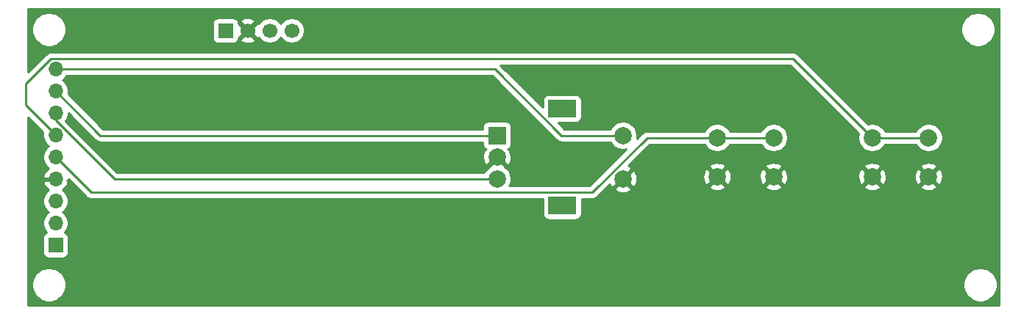
<source format=gbr>
%TF.GenerationSoftware,KiCad,Pcbnew,(5.1.10)-1*%
%TF.CreationDate,2021-07-03T16:07:00+02:00*%
%TF.ProjectId,mccake-5.25-inch-bay,6d636361-6b65-42d3-952e-32352d696e63,rev?*%
%TF.SameCoordinates,Original*%
%TF.FileFunction,Copper,L2,Bot*%
%TF.FilePolarity,Positive*%
%FSLAX46Y46*%
G04 Gerber Fmt 4.6, Leading zero omitted, Abs format (unit mm)*
G04 Created by KiCad (PCBNEW (5.1.10)-1) date 2021-07-03 16:07:00*
%MOMM*%
%LPD*%
G01*
G04 APERTURE LIST*
%TA.AperFunction,ComponentPad*%
%ADD10C,1.700000*%
%TD*%
%TA.AperFunction,ComponentPad*%
%ADD11R,1.700000X1.700000*%
%TD*%
%TA.AperFunction,ComponentPad*%
%ADD12O,1.700000X1.700000*%
%TD*%
%TA.AperFunction,ComponentPad*%
%ADD13C,2.000000*%
%TD*%
%TA.AperFunction,ComponentPad*%
%ADD14R,3.200000X2.000000*%
%TD*%
%TA.AperFunction,ComponentPad*%
%ADD15R,2.000000X2.000000*%
%TD*%
%TA.AperFunction,Conductor*%
%ADD16C,0.250000*%
%TD*%
%TA.AperFunction,Conductor*%
%ADD17C,0.254000*%
%TD*%
%TA.AperFunction,Conductor*%
%ADD18C,0.100000*%
%TD*%
G04 APERTURE END LIST*
D10*
%TO.P,J2,SDA*%
%TO.N,/SDA*%
X145288000Y-79375000D03*
%TO.P,J2,SCL*%
%TO.N,/SCL*%
X142748000Y-79375000D03*
%TO.P,J2,GND*%
%TO.N,GND*%
X140208000Y-79375000D03*
D11*
%TO.P,J2,VCC*%
%TO.N,+3V3*%
X137668000Y-79375000D03*
%TD*%
D12*
%TO.P,J1,ENC*%
%TO.N,/ENC_SW*%
X118110000Y-83820000D03*
%TO.P,J1,B4*%
%TO.N,/B4_DAT*%
X118110000Y-86360000D03*
%TO.P,J1,B3*%
%TO.N,/B3_CLK*%
X118110000Y-88900000D03*
%TO.P,J1,B2*%
%TO.N,/B2*%
X118110000Y-91440000D03*
%TO.P,J1,B1*%
%TO.N,/B1*%
X118110000Y-93980000D03*
%TO.P,J1,GND*%
%TO.N,GND*%
X118110000Y-96520000D03*
%TO.P,J1,3.3V*%
%TO.N,+3V3*%
X118110000Y-99060000D03*
%TO.P,J1,SCL*%
%TO.N,/SCL*%
X118110000Y-101600000D03*
D11*
%TO.P,J1,SDA*%
%TO.N,/SDA*%
X118110000Y-104140000D03*
%TD*%
D13*
%TO.P,Switch Synthesizer,2*%
%TO.N,GND*%
X194250000Y-96230000D03*
%TO.P,Switch Synthesizer,1*%
%TO.N,/B1*%
X194250000Y-91730000D03*
%TO.P,Switch Synthesizer,2*%
%TO.N,GND*%
X200750000Y-96230000D03*
%TO.P,Switch Synthesizer,1*%
%TO.N,/B1*%
X200750000Y-91730000D03*
%TD*%
%TO.P,Switch ROM,1*%
%TO.N,/B2*%
X218590000Y-91730000D03*
%TO.P,Switch ROM,2*%
%TO.N,GND*%
X218590000Y-96230000D03*
%TO.P,Switch ROM,1*%
%TO.N,/B2*%
X212090000Y-91730000D03*
%TO.P,Switch ROM,2*%
%TO.N,GND*%
X212090000Y-96230000D03*
%TD*%
%TO.P,Volume,S1*%
%TO.N,GND*%
X183410000Y-96480000D03*
%TO.P,Volume,S2*%
%TO.N,/ENC_SW*%
X183410000Y-91480000D03*
D14*
%TO.P,Volume,MP*%
%TO.N,N/C*%
X176410000Y-99580000D03*
X176410000Y-88380000D03*
D13*
%TO.P,Volume,B*%
%TO.N,/B3_CLK*%
X168910000Y-96480000D03*
%TO.P,Volume,C*%
%TO.N,GND*%
X168910000Y-93980000D03*
D15*
%TO.P,Volume,A*%
%TO.N,/B4_DAT*%
X168910000Y-91480000D03*
%TD*%
D16*
%TO.N,/B3_CLK*%
X118110000Y-89700998D02*
X118110000Y-88900000D01*
X124889002Y-96480000D02*
X118110000Y-89700998D01*
X168910000Y-96480000D02*
X124889002Y-96480000D01*
%TO.N,/B4_DAT*%
X123230000Y-91480000D02*
X118110000Y-86360000D01*
X168910000Y-91480000D02*
X123230000Y-91480000D01*
%TO.N,/B1*%
X200750000Y-91730000D02*
X194250000Y-91730000D01*
X122174000Y-98044000D02*
X118110000Y-93980000D01*
X179884998Y-98044000D02*
X122174000Y-98044000D01*
X186198998Y-91730000D02*
X179884998Y-98044000D01*
X194250000Y-91730000D02*
X186198998Y-91730000D01*
%TO.N,/B2*%
X218590000Y-91730000D02*
X212090000Y-91730000D01*
X203004999Y-82644999D02*
X212090000Y-91730000D01*
X117545999Y-82644999D02*
X203004999Y-82644999D01*
X114650010Y-85540988D02*
X117545999Y-82644999D01*
X114650010Y-87980010D02*
X114650010Y-85540988D01*
X118110000Y-91440000D02*
X114650010Y-87980010D01*
%TO.N,/ENC_SW*%
X168664998Y-83820000D02*
X118110000Y-83820000D01*
X176324998Y-91480000D02*
X168664998Y-83820000D01*
X183410000Y-91480000D02*
X176324998Y-91480000D01*
%TD*%
D17*
%TO.N,GND*%
X226670000Y-111100000D02*
X114960000Y-111100000D01*
X114960000Y-108516495D01*
X115363000Y-108516495D01*
X115363000Y-108907505D01*
X115439282Y-109291003D01*
X115588915Y-109652250D01*
X115806149Y-109977364D01*
X116082636Y-110253851D01*
X116407750Y-110471085D01*
X116768997Y-110620718D01*
X117152495Y-110697000D01*
X117543505Y-110697000D01*
X117927003Y-110620718D01*
X118288250Y-110471085D01*
X118613364Y-110253851D01*
X118889851Y-109977364D01*
X119107085Y-109652250D01*
X119256718Y-109291003D01*
X119333000Y-108907505D01*
X119333000Y-108516495D01*
X222551000Y-108516495D01*
X222551000Y-108907505D01*
X222627282Y-109291003D01*
X222776915Y-109652250D01*
X222994149Y-109977364D01*
X223270636Y-110253851D01*
X223595750Y-110471085D01*
X223956997Y-110620718D01*
X224340495Y-110697000D01*
X224731505Y-110697000D01*
X225115003Y-110620718D01*
X225476250Y-110471085D01*
X225801364Y-110253851D01*
X226077851Y-109977364D01*
X226295085Y-109652250D01*
X226444718Y-109291003D01*
X226521000Y-108907505D01*
X226521000Y-108516495D01*
X226444718Y-108132997D01*
X226295085Y-107771750D01*
X226077851Y-107446636D01*
X225801364Y-107170149D01*
X225476250Y-106952915D01*
X225115003Y-106803282D01*
X224731505Y-106727000D01*
X224340495Y-106727000D01*
X223956997Y-106803282D01*
X223595750Y-106952915D01*
X223270636Y-107170149D01*
X222994149Y-107446636D01*
X222776915Y-107771750D01*
X222627282Y-108132997D01*
X222551000Y-108516495D01*
X119333000Y-108516495D01*
X119256718Y-108132997D01*
X119107085Y-107771750D01*
X118889851Y-107446636D01*
X118613364Y-107170149D01*
X118288250Y-106952915D01*
X117927003Y-106803282D01*
X117543505Y-106727000D01*
X117152495Y-106727000D01*
X116768997Y-106803282D01*
X116407750Y-106952915D01*
X116082636Y-107170149D01*
X115806149Y-107446636D01*
X115588915Y-107771750D01*
X115439282Y-108132997D01*
X115363000Y-108516495D01*
X114960000Y-108516495D01*
X114960000Y-89364801D01*
X116668790Y-91073592D01*
X116625000Y-91293740D01*
X116625000Y-91586260D01*
X116682068Y-91873158D01*
X116794010Y-92143411D01*
X116956525Y-92386632D01*
X117163368Y-92593475D01*
X117337760Y-92710000D01*
X117163368Y-92826525D01*
X116956525Y-93033368D01*
X116794010Y-93276589D01*
X116682068Y-93546842D01*
X116625000Y-93833740D01*
X116625000Y-94126260D01*
X116682068Y-94413158D01*
X116794010Y-94683411D01*
X116956525Y-94926632D01*
X117163368Y-95133475D01*
X117345534Y-95255195D01*
X117228645Y-95324822D01*
X117012412Y-95519731D01*
X116838359Y-95753080D01*
X116713175Y-96015901D01*
X116668524Y-96163110D01*
X116789845Y-96393000D01*
X117983000Y-96393000D01*
X117983000Y-96373000D01*
X118237000Y-96373000D01*
X118237000Y-96393000D01*
X118257000Y-96393000D01*
X118257000Y-96647000D01*
X118237000Y-96647000D01*
X118237000Y-96667000D01*
X117983000Y-96667000D01*
X117983000Y-96647000D01*
X116789845Y-96647000D01*
X116668524Y-96876890D01*
X116713175Y-97024099D01*
X116838359Y-97286920D01*
X117012412Y-97520269D01*
X117228645Y-97715178D01*
X117345534Y-97784805D01*
X117163368Y-97906525D01*
X116956525Y-98113368D01*
X116794010Y-98356589D01*
X116682068Y-98626842D01*
X116625000Y-98913740D01*
X116625000Y-99206260D01*
X116682068Y-99493158D01*
X116794010Y-99763411D01*
X116956525Y-100006632D01*
X117163368Y-100213475D01*
X117337760Y-100330000D01*
X117163368Y-100446525D01*
X116956525Y-100653368D01*
X116794010Y-100896589D01*
X116682068Y-101166842D01*
X116625000Y-101453740D01*
X116625000Y-101746260D01*
X116682068Y-102033158D01*
X116794010Y-102303411D01*
X116956525Y-102546632D01*
X117088380Y-102678487D01*
X117015820Y-102700498D01*
X116905506Y-102759463D01*
X116808815Y-102838815D01*
X116729463Y-102935506D01*
X116670498Y-103045820D01*
X116634188Y-103165518D01*
X116621928Y-103290000D01*
X116621928Y-104990000D01*
X116634188Y-105114482D01*
X116670498Y-105234180D01*
X116729463Y-105344494D01*
X116808815Y-105441185D01*
X116905506Y-105520537D01*
X117015820Y-105579502D01*
X117135518Y-105615812D01*
X117260000Y-105628072D01*
X118960000Y-105628072D01*
X119084482Y-105615812D01*
X119204180Y-105579502D01*
X119314494Y-105520537D01*
X119411185Y-105441185D01*
X119490537Y-105344494D01*
X119549502Y-105234180D01*
X119585812Y-105114482D01*
X119598072Y-104990000D01*
X119598072Y-103290000D01*
X119585812Y-103165518D01*
X119549502Y-103045820D01*
X119490537Y-102935506D01*
X119411185Y-102838815D01*
X119314494Y-102759463D01*
X119204180Y-102700498D01*
X119131620Y-102678487D01*
X119263475Y-102546632D01*
X119425990Y-102303411D01*
X119537932Y-102033158D01*
X119595000Y-101746260D01*
X119595000Y-101453740D01*
X119537932Y-101166842D01*
X119425990Y-100896589D01*
X119263475Y-100653368D01*
X119056632Y-100446525D01*
X118882240Y-100330000D01*
X119056632Y-100213475D01*
X119263475Y-100006632D01*
X119425990Y-99763411D01*
X119537932Y-99493158D01*
X119595000Y-99206260D01*
X119595000Y-98913740D01*
X119537932Y-98626842D01*
X119425990Y-98356589D01*
X119263475Y-98113368D01*
X119056632Y-97906525D01*
X118874466Y-97784805D01*
X118991355Y-97715178D01*
X119207588Y-97520269D01*
X119381641Y-97286920D01*
X119506825Y-97024099D01*
X119551476Y-96876890D01*
X119430156Y-96647002D01*
X119595000Y-96647002D01*
X119595000Y-96539801D01*
X121610201Y-98555003D01*
X121633999Y-98584001D01*
X121662997Y-98607799D01*
X121749723Y-98678974D01*
X121881753Y-98749546D01*
X122025014Y-98793003D01*
X122136667Y-98804000D01*
X122136677Y-98804000D01*
X122174000Y-98807676D01*
X122211323Y-98804000D01*
X174171928Y-98804000D01*
X174171928Y-100580000D01*
X174184188Y-100704482D01*
X174220498Y-100824180D01*
X174279463Y-100934494D01*
X174358815Y-101031185D01*
X174455506Y-101110537D01*
X174565820Y-101169502D01*
X174685518Y-101205812D01*
X174810000Y-101218072D01*
X178010000Y-101218072D01*
X178134482Y-101205812D01*
X178254180Y-101169502D01*
X178364494Y-101110537D01*
X178461185Y-101031185D01*
X178540537Y-100934494D01*
X178599502Y-100824180D01*
X178635812Y-100704482D01*
X178648072Y-100580000D01*
X178648072Y-98804000D01*
X179847676Y-98804000D01*
X179884998Y-98807676D01*
X179922320Y-98804000D01*
X179922331Y-98804000D01*
X180033984Y-98793003D01*
X180177245Y-98749546D01*
X180309274Y-98678974D01*
X180424999Y-98584001D01*
X180448802Y-98554997D01*
X181388386Y-97615413D01*
X182454192Y-97615413D01*
X182549956Y-97879814D01*
X182839571Y-98020704D01*
X183151108Y-98102384D01*
X183472595Y-98121718D01*
X183791675Y-98077961D01*
X184096088Y-97972795D01*
X184270044Y-97879814D01*
X184365808Y-97615413D01*
X183410000Y-96659605D01*
X182454192Y-97615413D01*
X181388386Y-97615413D01*
X181896794Y-97107006D01*
X181917205Y-97166088D01*
X182010186Y-97340044D01*
X182274587Y-97435808D01*
X183230395Y-96480000D01*
X183589605Y-96480000D01*
X184545413Y-97435808D01*
X184739771Y-97365413D01*
X193294192Y-97365413D01*
X193389956Y-97629814D01*
X193679571Y-97770704D01*
X193991108Y-97852384D01*
X194312595Y-97871718D01*
X194631675Y-97827961D01*
X194936088Y-97722795D01*
X195110044Y-97629814D01*
X195205808Y-97365413D01*
X199794192Y-97365413D01*
X199889956Y-97629814D01*
X200179571Y-97770704D01*
X200491108Y-97852384D01*
X200812595Y-97871718D01*
X201131675Y-97827961D01*
X201436088Y-97722795D01*
X201610044Y-97629814D01*
X201705808Y-97365413D01*
X211134192Y-97365413D01*
X211229956Y-97629814D01*
X211519571Y-97770704D01*
X211831108Y-97852384D01*
X212152595Y-97871718D01*
X212471675Y-97827961D01*
X212776088Y-97722795D01*
X212950044Y-97629814D01*
X213045808Y-97365413D01*
X217634192Y-97365413D01*
X217729956Y-97629814D01*
X218019571Y-97770704D01*
X218331108Y-97852384D01*
X218652595Y-97871718D01*
X218971675Y-97827961D01*
X219276088Y-97722795D01*
X219450044Y-97629814D01*
X219545808Y-97365413D01*
X218590000Y-96409605D01*
X217634192Y-97365413D01*
X213045808Y-97365413D01*
X212090000Y-96409605D01*
X211134192Y-97365413D01*
X201705808Y-97365413D01*
X200750000Y-96409605D01*
X199794192Y-97365413D01*
X195205808Y-97365413D01*
X194250000Y-96409605D01*
X193294192Y-97365413D01*
X184739771Y-97365413D01*
X184809814Y-97340044D01*
X184950704Y-97050429D01*
X185032384Y-96738892D01*
X185051718Y-96417405D01*
X185034603Y-96292595D01*
X192608282Y-96292595D01*
X192652039Y-96611675D01*
X192757205Y-96916088D01*
X192850186Y-97090044D01*
X193114587Y-97185808D01*
X194070395Y-96230000D01*
X194429605Y-96230000D01*
X195385413Y-97185808D01*
X195649814Y-97090044D01*
X195790704Y-96800429D01*
X195872384Y-96488892D01*
X195884189Y-96292595D01*
X199108282Y-96292595D01*
X199152039Y-96611675D01*
X199257205Y-96916088D01*
X199350186Y-97090044D01*
X199614587Y-97185808D01*
X200570395Y-96230000D01*
X200929605Y-96230000D01*
X201885413Y-97185808D01*
X202149814Y-97090044D01*
X202290704Y-96800429D01*
X202372384Y-96488892D01*
X202384189Y-96292595D01*
X210448282Y-96292595D01*
X210492039Y-96611675D01*
X210597205Y-96916088D01*
X210690186Y-97090044D01*
X210954587Y-97185808D01*
X211910395Y-96230000D01*
X212269605Y-96230000D01*
X213225413Y-97185808D01*
X213489814Y-97090044D01*
X213630704Y-96800429D01*
X213712384Y-96488892D01*
X213724189Y-96292595D01*
X216948282Y-96292595D01*
X216992039Y-96611675D01*
X217097205Y-96916088D01*
X217190186Y-97090044D01*
X217454587Y-97185808D01*
X218410395Y-96230000D01*
X218769605Y-96230000D01*
X219725413Y-97185808D01*
X219989814Y-97090044D01*
X220130704Y-96800429D01*
X220212384Y-96488892D01*
X220231718Y-96167405D01*
X220187961Y-95848325D01*
X220082795Y-95543912D01*
X219989814Y-95369956D01*
X219725413Y-95274192D01*
X218769605Y-96230000D01*
X218410395Y-96230000D01*
X217454587Y-95274192D01*
X217190186Y-95369956D01*
X217049296Y-95659571D01*
X216967616Y-95971108D01*
X216948282Y-96292595D01*
X213724189Y-96292595D01*
X213731718Y-96167405D01*
X213687961Y-95848325D01*
X213582795Y-95543912D01*
X213489814Y-95369956D01*
X213225413Y-95274192D01*
X212269605Y-96230000D01*
X211910395Y-96230000D01*
X210954587Y-95274192D01*
X210690186Y-95369956D01*
X210549296Y-95659571D01*
X210467616Y-95971108D01*
X210448282Y-96292595D01*
X202384189Y-96292595D01*
X202391718Y-96167405D01*
X202347961Y-95848325D01*
X202242795Y-95543912D01*
X202149814Y-95369956D01*
X201885413Y-95274192D01*
X200929605Y-96230000D01*
X200570395Y-96230000D01*
X199614587Y-95274192D01*
X199350186Y-95369956D01*
X199209296Y-95659571D01*
X199127616Y-95971108D01*
X199108282Y-96292595D01*
X195884189Y-96292595D01*
X195891718Y-96167405D01*
X195847961Y-95848325D01*
X195742795Y-95543912D01*
X195649814Y-95369956D01*
X195385413Y-95274192D01*
X194429605Y-96230000D01*
X194070395Y-96230000D01*
X193114587Y-95274192D01*
X192850186Y-95369956D01*
X192709296Y-95659571D01*
X192627616Y-95971108D01*
X192608282Y-96292595D01*
X185034603Y-96292595D01*
X185007961Y-96098325D01*
X184902795Y-95793912D01*
X184809814Y-95619956D01*
X184545413Y-95524192D01*
X183589605Y-96480000D01*
X183230395Y-96480000D01*
X183216253Y-96465858D01*
X183395858Y-96286253D01*
X183410000Y-96300395D01*
X184365808Y-95344587D01*
X184275260Y-95094587D01*
X193294192Y-95094587D01*
X194250000Y-96050395D01*
X195205808Y-95094587D01*
X199794192Y-95094587D01*
X200750000Y-96050395D01*
X201705808Y-95094587D01*
X211134192Y-95094587D01*
X212090000Y-96050395D01*
X213045808Y-95094587D01*
X217634192Y-95094587D01*
X218590000Y-96050395D01*
X219545808Y-95094587D01*
X219450044Y-94830186D01*
X219160429Y-94689296D01*
X218848892Y-94607616D01*
X218527405Y-94588282D01*
X218208325Y-94632039D01*
X217903912Y-94737205D01*
X217729956Y-94830186D01*
X217634192Y-95094587D01*
X213045808Y-95094587D01*
X212950044Y-94830186D01*
X212660429Y-94689296D01*
X212348892Y-94607616D01*
X212027405Y-94588282D01*
X211708325Y-94632039D01*
X211403912Y-94737205D01*
X211229956Y-94830186D01*
X211134192Y-95094587D01*
X201705808Y-95094587D01*
X201610044Y-94830186D01*
X201320429Y-94689296D01*
X201008892Y-94607616D01*
X200687405Y-94588282D01*
X200368325Y-94632039D01*
X200063912Y-94737205D01*
X199889956Y-94830186D01*
X199794192Y-95094587D01*
X195205808Y-95094587D01*
X195110044Y-94830186D01*
X194820429Y-94689296D01*
X194508892Y-94607616D01*
X194187405Y-94588282D01*
X193868325Y-94632039D01*
X193563912Y-94737205D01*
X193389956Y-94830186D01*
X193294192Y-95094587D01*
X184275260Y-95094587D01*
X184270044Y-95080186D01*
X184036989Y-94966811D01*
X186513801Y-92490000D01*
X192795091Y-92490000D01*
X192801082Y-92504463D01*
X192980013Y-92772252D01*
X193207748Y-92999987D01*
X193475537Y-93178918D01*
X193773088Y-93302168D01*
X194088967Y-93365000D01*
X194411033Y-93365000D01*
X194726912Y-93302168D01*
X195024463Y-93178918D01*
X195292252Y-92999987D01*
X195519987Y-92772252D01*
X195698918Y-92504463D01*
X195704909Y-92490000D01*
X199295091Y-92490000D01*
X199301082Y-92504463D01*
X199480013Y-92772252D01*
X199707748Y-92999987D01*
X199975537Y-93178918D01*
X200273088Y-93302168D01*
X200588967Y-93365000D01*
X200911033Y-93365000D01*
X201226912Y-93302168D01*
X201524463Y-93178918D01*
X201792252Y-92999987D01*
X202019987Y-92772252D01*
X202198918Y-92504463D01*
X202322168Y-92206912D01*
X202385000Y-91891033D01*
X202385000Y-91568967D01*
X202322168Y-91253088D01*
X202198918Y-90955537D01*
X202019987Y-90687748D01*
X201792252Y-90460013D01*
X201524463Y-90281082D01*
X201226912Y-90157832D01*
X200911033Y-90095000D01*
X200588967Y-90095000D01*
X200273088Y-90157832D01*
X199975537Y-90281082D01*
X199707748Y-90460013D01*
X199480013Y-90687748D01*
X199301082Y-90955537D01*
X199295091Y-90970000D01*
X195704909Y-90970000D01*
X195698918Y-90955537D01*
X195519987Y-90687748D01*
X195292252Y-90460013D01*
X195024463Y-90281082D01*
X194726912Y-90157832D01*
X194411033Y-90095000D01*
X194088967Y-90095000D01*
X193773088Y-90157832D01*
X193475537Y-90281082D01*
X193207748Y-90460013D01*
X192980013Y-90687748D01*
X192801082Y-90955537D01*
X192795091Y-90970000D01*
X186236320Y-90970000D01*
X186198997Y-90966324D01*
X186161674Y-90970000D01*
X186161665Y-90970000D01*
X186050012Y-90980997D01*
X185906751Y-91024454D01*
X185774722Y-91095026D01*
X185774720Y-91095027D01*
X185774721Y-91095027D01*
X185687994Y-91166201D01*
X185687990Y-91166205D01*
X185658997Y-91189999D01*
X185635203Y-91218992D01*
X185003245Y-91850950D01*
X185045000Y-91641033D01*
X185045000Y-91318967D01*
X184982168Y-91003088D01*
X184858918Y-90705537D01*
X184679987Y-90437748D01*
X184452252Y-90210013D01*
X184184463Y-90031082D01*
X183886912Y-89907832D01*
X183571033Y-89845000D01*
X183248967Y-89845000D01*
X182933088Y-89907832D01*
X182635537Y-90031082D01*
X182367748Y-90210013D01*
X182140013Y-90437748D01*
X181961082Y-90705537D01*
X181955091Y-90720000D01*
X176639800Y-90720000D01*
X175937872Y-90018072D01*
X178010000Y-90018072D01*
X178134482Y-90005812D01*
X178254180Y-89969502D01*
X178364494Y-89910537D01*
X178461185Y-89831185D01*
X178540537Y-89734494D01*
X178599502Y-89624180D01*
X178635812Y-89504482D01*
X178648072Y-89380000D01*
X178648072Y-87380000D01*
X178635812Y-87255518D01*
X178599502Y-87135820D01*
X178540537Y-87025506D01*
X178461185Y-86928815D01*
X178364494Y-86849463D01*
X178254180Y-86790498D01*
X178134482Y-86754188D01*
X178010000Y-86741928D01*
X174810000Y-86741928D01*
X174685518Y-86754188D01*
X174565820Y-86790498D01*
X174455506Y-86849463D01*
X174358815Y-86928815D01*
X174279463Y-87025506D01*
X174220498Y-87135820D01*
X174184188Y-87255518D01*
X174171928Y-87380000D01*
X174171928Y-88252128D01*
X169324798Y-83404999D01*
X202690198Y-83404999D01*
X210523823Y-91238625D01*
X210517832Y-91253088D01*
X210455000Y-91568967D01*
X210455000Y-91891033D01*
X210517832Y-92206912D01*
X210641082Y-92504463D01*
X210820013Y-92772252D01*
X211047748Y-92999987D01*
X211315537Y-93178918D01*
X211613088Y-93302168D01*
X211928967Y-93365000D01*
X212251033Y-93365000D01*
X212566912Y-93302168D01*
X212864463Y-93178918D01*
X213132252Y-92999987D01*
X213359987Y-92772252D01*
X213538918Y-92504463D01*
X213544909Y-92490000D01*
X217135091Y-92490000D01*
X217141082Y-92504463D01*
X217320013Y-92772252D01*
X217547748Y-92999987D01*
X217815537Y-93178918D01*
X218113088Y-93302168D01*
X218428967Y-93365000D01*
X218751033Y-93365000D01*
X219066912Y-93302168D01*
X219364463Y-93178918D01*
X219632252Y-92999987D01*
X219859987Y-92772252D01*
X220038918Y-92504463D01*
X220162168Y-92206912D01*
X220225000Y-91891033D01*
X220225000Y-91568967D01*
X220162168Y-91253088D01*
X220038918Y-90955537D01*
X219859987Y-90687748D01*
X219632252Y-90460013D01*
X219364463Y-90281082D01*
X219066912Y-90157832D01*
X218751033Y-90095000D01*
X218428967Y-90095000D01*
X218113088Y-90157832D01*
X217815537Y-90281082D01*
X217547748Y-90460013D01*
X217320013Y-90687748D01*
X217141082Y-90955537D01*
X217135091Y-90970000D01*
X213544909Y-90970000D01*
X213538918Y-90955537D01*
X213359987Y-90687748D01*
X213132252Y-90460013D01*
X212864463Y-90281082D01*
X212566912Y-90157832D01*
X212251033Y-90095000D01*
X211928967Y-90095000D01*
X211613088Y-90157832D01*
X211598625Y-90163823D01*
X203568803Y-82134002D01*
X203545000Y-82104998D01*
X203429275Y-82010025D01*
X203297246Y-81939453D01*
X203153985Y-81895996D01*
X203042332Y-81884999D01*
X203042321Y-81884999D01*
X203004999Y-81881323D01*
X202967677Y-81884999D01*
X117583322Y-81884999D01*
X117545999Y-81881323D01*
X117508676Y-81884999D01*
X117508666Y-81884999D01*
X117397013Y-81895996D01*
X117253752Y-81939453D01*
X117121722Y-82010025D01*
X117038082Y-82078667D01*
X117005998Y-82104998D01*
X116982200Y-82133996D01*
X114960000Y-84156197D01*
X114960000Y-79052495D01*
X115363000Y-79052495D01*
X115363000Y-79443505D01*
X115439282Y-79827003D01*
X115588915Y-80188250D01*
X115806149Y-80513364D01*
X116082636Y-80789851D01*
X116407750Y-81007085D01*
X116768997Y-81156718D01*
X117152495Y-81233000D01*
X117543505Y-81233000D01*
X117927003Y-81156718D01*
X118288250Y-81007085D01*
X118613364Y-80789851D01*
X118889851Y-80513364D01*
X119107085Y-80188250D01*
X119256718Y-79827003D01*
X119333000Y-79443505D01*
X119333000Y-79052495D01*
X119256718Y-78668997D01*
X119197073Y-78525000D01*
X136179928Y-78525000D01*
X136179928Y-80225000D01*
X136192188Y-80349482D01*
X136228498Y-80469180D01*
X136287463Y-80579494D01*
X136366815Y-80676185D01*
X136463506Y-80755537D01*
X136573820Y-80814502D01*
X136693518Y-80850812D01*
X136818000Y-80863072D01*
X138518000Y-80863072D01*
X138642482Y-80850812D01*
X138762180Y-80814502D01*
X138872494Y-80755537D01*
X138969185Y-80676185D01*
X139048537Y-80579494D01*
X139107502Y-80469180D01*
X139127457Y-80403397D01*
X139359208Y-80403397D01*
X139436843Y-80652472D01*
X139700883Y-80778371D01*
X139984411Y-80850339D01*
X140276531Y-80865611D01*
X140566019Y-80823599D01*
X140841747Y-80725919D01*
X140979157Y-80652472D01*
X141056792Y-80403397D01*
X140208000Y-79554605D01*
X139359208Y-80403397D01*
X139127457Y-80403397D01*
X139143812Y-80349482D01*
X139156072Y-80225000D01*
X139156072Y-80216458D01*
X139179603Y-80223792D01*
X140028395Y-79375000D01*
X140387605Y-79375000D01*
X141236397Y-80223792D01*
X141478689Y-80148271D01*
X141594525Y-80321632D01*
X141801368Y-80528475D01*
X142044589Y-80690990D01*
X142314842Y-80802932D01*
X142601740Y-80860000D01*
X142894260Y-80860000D01*
X143181158Y-80802932D01*
X143451411Y-80690990D01*
X143694632Y-80528475D01*
X143901475Y-80321632D01*
X144018000Y-80147240D01*
X144134525Y-80321632D01*
X144341368Y-80528475D01*
X144584589Y-80690990D01*
X144854842Y-80802932D01*
X145141740Y-80860000D01*
X145434260Y-80860000D01*
X145721158Y-80802932D01*
X145991411Y-80690990D01*
X146234632Y-80528475D01*
X146441475Y-80321632D01*
X146603990Y-80078411D01*
X146715932Y-79808158D01*
X146773000Y-79521260D01*
X146773000Y-79228740D01*
X146737943Y-79052495D01*
X222297000Y-79052495D01*
X222297000Y-79443505D01*
X222373282Y-79827003D01*
X222522915Y-80188250D01*
X222740149Y-80513364D01*
X223016636Y-80789851D01*
X223341750Y-81007085D01*
X223702997Y-81156718D01*
X224086495Y-81233000D01*
X224477505Y-81233000D01*
X224861003Y-81156718D01*
X225222250Y-81007085D01*
X225547364Y-80789851D01*
X225823851Y-80513364D01*
X226041085Y-80188250D01*
X226190718Y-79827003D01*
X226267000Y-79443505D01*
X226267000Y-79052495D01*
X226190718Y-78668997D01*
X226041085Y-78307750D01*
X225823851Y-77982636D01*
X225547364Y-77706149D01*
X225222250Y-77488915D01*
X224861003Y-77339282D01*
X224477505Y-77263000D01*
X224086495Y-77263000D01*
X223702997Y-77339282D01*
X223341750Y-77488915D01*
X223016636Y-77706149D01*
X222740149Y-77982636D01*
X222522915Y-78307750D01*
X222373282Y-78668997D01*
X222297000Y-79052495D01*
X146737943Y-79052495D01*
X146715932Y-78941842D01*
X146603990Y-78671589D01*
X146441475Y-78428368D01*
X146234632Y-78221525D01*
X145991411Y-78059010D01*
X145721158Y-77947068D01*
X145434260Y-77890000D01*
X145141740Y-77890000D01*
X144854842Y-77947068D01*
X144584589Y-78059010D01*
X144341368Y-78221525D01*
X144134525Y-78428368D01*
X144018000Y-78602760D01*
X143901475Y-78428368D01*
X143694632Y-78221525D01*
X143451411Y-78059010D01*
X143181158Y-77947068D01*
X142894260Y-77890000D01*
X142601740Y-77890000D01*
X142314842Y-77947068D01*
X142044589Y-78059010D01*
X141801368Y-78221525D01*
X141594525Y-78428368D01*
X141478689Y-78601729D01*
X141236397Y-78526208D01*
X140387605Y-79375000D01*
X140028395Y-79375000D01*
X139179603Y-78526208D01*
X139156072Y-78533542D01*
X139156072Y-78525000D01*
X139143812Y-78400518D01*
X139127458Y-78346603D01*
X139359208Y-78346603D01*
X140208000Y-79195395D01*
X141056792Y-78346603D01*
X140979157Y-78097528D01*
X140715117Y-77971629D01*
X140431589Y-77899661D01*
X140139469Y-77884389D01*
X139849981Y-77926401D01*
X139574253Y-78024081D01*
X139436843Y-78097528D01*
X139359208Y-78346603D01*
X139127458Y-78346603D01*
X139107502Y-78280820D01*
X139048537Y-78170506D01*
X138969185Y-78073815D01*
X138872494Y-77994463D01*
X138762180Y-77935498D01*
X138642482Y-77899188D01*
X138518000Y-77886928D01*
X136818000Y-77886928D01*
X136693518Y-77899188D01*
X136573820Y-77935498D01*
X136463506Y-77994463D01*
X136366815Y-78073815D01*
X136287463Y-78170506D01*
X136228498Y-78280820D01*
X136192188Y-78400518D01*
X136179928Y-78525000D01*
X119197073Y-78525000D01*
X119107085Y-78307750D01*
X118889851Y-77982636D01*
X118613364Y-77706149D01*
X118288250Y-77488915D01*
X117927003Y-77339282D01*
X117543505Y-77263000D01*
X117152495Y-77263000D01*
X116768997Y-77339282D01*
X116407750Y-77488915D01*
X116082636Y-77706149D01*
X115806149Y-77982636D01*
X115588915Y-78307750D01*
X115439282Y-78668997D01*
X115363000Y-79052495D01*
X114960000Y-79052495D01*
X114960000Y-76860000D01*
X226670001Y-76860000D01*
X226670000Y-111100000D01*
%TA.AperFunction,Conductor*%
D18*
G36*
X226670000Y-111100000D02*
G01*
X114960000Y-111100000D01*
X114960000Y-108516495D01*
X115363000Y-108516495D01*
X115363000Y-108907505D01*
X115439282Y-109291003D01*
X115588915Y-109652250D01*
X115806149Y-109977364D01*
X116082636Y-110253851D01*
X116407750Y-110471085D01*
X116768997Y-110620718D01*
X117152495Y-110697000D01*
X117543505Y-110697000D01*
X117927003Y-110620718D01*
X118288250Y-110471085D01*
X118613364Y-110253851D01*
X118889851Y-109977364D01*
X119107085Y-109652250D01*
X119256718Y-109291003D01*
X119333000Y-108907505D01*
X119333000Y-108516495D01*
X222551000Y-108516495D01*
X222551000Y-108907505D01*
X222627282Y-109291003D01*
X222776915Y-109652250D01*
X222994149Y-109977364D01*
X223270636Y-110253851D01*
X223595750Y-110471085D01*
X223956997Y-110620718D01*
X224340495Y-110697000D01*
X224731505Y-110697000D01*
X225115003Y-110620718D01*
X225476250Y-110471085D01*
X225801364Y-110253851D01*
X226077851Y-109977364D01*
X226295085Y-109652250D01*
X226444718Y-109291003D01*
X226521000Y-108907505D01*
X226521000Y-108516495D01*
X226444718Y-108132997D01*
X226295085Y-107771750D01*
X226077851Y-107446636D01*
X225801364Y-107170149D01*
X225476250Y-106952915D01*
X225115003Y-106803282D01*
X224731505Y-106727000D01*
X224340495Y-106727000D01*
X223956997Y-106803282D01*
X223595750Y-106952915D01*
X223270636Y-107170149D01*
X222994149Y-107446636D01*
X222776915Y-107771750D01*
X222627282Y-108132997D01*
X222551000Y-108516495D01*
X119333000Y-108516495D01*
X119256718Y-108132997D01*
X119107085Y-107771750D01*
X118889851Y-107446636D01*
X118613364Y-107170149D01*
X118288250Y-106952915D01*
X117927003Y-106803282D01*
X117543505Y-106727000D01*
X117152495Y-106727000D01*
X116768997Y-106803282D01*
X116407750Y-106952915D01*
X116082636Y-107170149D01*
X115806149Y-107446636D01*
X115588915Y-107771750D01*
X115439282Y-108132997D01*
X115363000Y-108516495D01*
X114960000Y-108516495D01*
X114960000Y-89364801D01*
X116668790Y-91073592D01*
X116625000Y-91293740D01*
X116625000Y-91586260D01*
X116682068Y-91873158D01*
X116794010Y-92143411D01*
X116956525Y-92386632D01*
X117163368Y-92593475D01*
X117337760Y-92710000D01*
X117163368Y-92826525D01*
X116956525Y-93033368D01*
X116794010Y-93276589D01*
X116682068Y-93546842D01*
X116625000Y-93833740D01*
X116625000Y-94126260D01*
X116682068Y-94413158D01*
X116794010Y-94683411D01*
X116956525Y-94926632D01*
X117163368Y-95133475D01*
X117345534Y-95255195D01*
X117228645Y-95324822D01*
X117012412Y-95519731D01*
X116838359Y-95753080D01*
X116713175Y-96015901D01*
X116668524Y-96163110D01*
X116789845Y-96393000D01*
X117983000Y-96393000D01*
X117983000Y-96373000D01*
X118237000Y-96373000D01*
X118237000Y-96393000D01*
X118257000Y-96393000D01*
X118257000Y-96647000D01*
X118237000Y-96647000D01*
X118237000Y-96667000D01*
X117983000Y-96667000D01*
X117983000Y-96647000D01*
X116789845Y-96647000D01*
X116668524Y-96876890D01*
X116713175Y-97024099D01*
X116838359Y-97286920D01*
X117012412Y-97520269D01*
X117228645Y-97715178D01*
X117345534Y-97784805D01*
X117163368Y-97906525D01*
X116956525Y-98113368D01*
X116794010Y-98356589D01*
X116682068Y-98626842D01*
X116625000Y-98913740D01*
X116625000Y-99206260D01*
X116682068Y-99493158D01*
X116794010Y-99763411D01*
X116956525Y-100006632D01*
X117163368Y-100213475D01*
X117337760Y-100330000D01*
X117163368Y-100446525D01*
X116956525Y-100653368D01*
X116794010Y-100896589D01*
X116682068Y-101166842D01*
X116625000Y-101453740D01*
X116625000Y-101746260D01*
X116682068Y-102033158D01*
X116794010Y-102303411D01*
X116956525Y-102546632D01*
X117088380Y-102678487D01*
X117015820Y-102700498D01*
X116905506Y-102759463D01*
X116808815Y-102838815D01*
X116729463Y-102935506D01*
X116670498Y-103045820D01*
X116634188Y-103165518D01*
X116621928Y-103290000D01*
X116621928Y-104990000D01*
X116634188Y-105114482D01*
X116670498Y-105234180D01*
X116729463Y-105344494D01*
X116808815Y-105441185D01*
X116905506Y-105520537D01*
X117015820Y-105579502D01*
X117135518Y-105615812D01*
X117260000Y-105628072D01*
X118960000Y-105628072D01*
X119084482Y-105615812D01*
X119204180Y-105579502D01*
X119314494Y-105520537D01*
X119411185Y-105441185D01*
X119490537Y-105344494D01*
X119549502Y-105234180D01*
X119585812Y-105114482D01*
X119598072Y-104990000D01*
X119598072Y-103290000D01*
X119585812Y-103165518D01*
X119549502Y-103045820D01*
X119490537Y-102935506D01*
X119411185Y-102838815D01*
X119314494Y-102759463D01*
X119204180Y-102700498D01*
X119131620Y-102678487D01*
X119263475Y-102546632D01*
X119425990Y-102303411D01*
X119537932Y-102033158D01*
X119595000Y-101746260D01*
X119595000Y-101453740D01*
X119537932Y-101166842D01*
X119425990Y-100896589D01*
X119263475Y-100653368D01*
X119056632Y-100446525D01*
X118882240Y-100330000D01*
X119056632Y-100213475D01*
X119263475Y-100006632D01*
X119425990Y-99763411D01*
X119537932Y-99493158D01*
X119595000Y-99206260D01*
X119595000Y-98913740D01*
X119537932Y-98626842D01*
X119425990Y-98356589D01*
X119263475Y-98113368D01*
X119056632Y-97906525D01*
X118874466Y-97784805D01*
X118991355Y-97715178D01*
X119207588Y-97520269D01*
X119381641Y-97286920D01*
X119506825Y-97024099D01*
X119551476Y-96876890D01*
X119430156Y-96647002D01*
X119595000Y-96647002D01*
X119595000Y-96539801D01*
X121610201Y-98555003D01*
X121633999Y-98584001D01*
X121662997Y-98607799D01*
X121749723Y-98678974D01*
X121881753Y-98749546D01*
X122025014Y-98793003D01*
X122136667Y-98804000D01*
X122136677Y-98804000D01*
X122174000Y-98807676D01*
X122211323Y-98804000D01*
X174171928Y-98804000D01*
X174171928Y-100580000D01*
X174184188Y-100704482D01*
X174220498Y-100824180D01*
X174279463Y-100934494D01*
X174358815Y-101031185D01*
X174455506Y-101110537D01*
X174565820Y-101169502D01*
X174685518Y-101205812D01*
X174810000Y-101218072D01*
X178010000Y-101218072D01*
X178134482Y-101205812D01*
X178254180Y-101169502D01*
X178364494Y-101110537D01*
X178461185Y-101031185D01*
X178540537Y-100934494D01*
X178599502Y-100824180D01*
X178635812Y-100704482D01*
X178648072Y-100580000D01*
X178648072Y-98804000D01*
X179847676Y-98804000D01*
X179884998Y-98807676D01*
X179922320Y-98804000D01*
X179922331Y-98804000D01*
X180033984Y-98793003D01*
X180177245Y-98749546D01*
X180309274Y-98678974D01*
X180424999Y-98584001D01*
X180448802Y-98554997D01*
X181388386Y-97615413D01*
X182454192Y-97615413D01*
X182549956Y-97879814D01*
X182839571Y-98020704D01*
X183151108Y-98102384D01*
X183472595Y-98121718D01*
X183791675Y-98077961D01*
X184096088Y-97972795D01*
X184270044Y-97879814D01*
X184365808Y-97615413D01*
X183410000Y-96659605D01*
X182454192Y-97615413D01*
X181388386Y-97615413D01*
X181896794Y-97107006D01*
X181917205Y-97166088D01*
X182010186Y-97340044D01*
X182274587Y-97435808D01*
X183230395Y-96480000D01*
X183589605Y-96480000D01*
X184545413Y-97435808D01*
X184739771Y-97365413D01*
X193294192Y-97365413D01*
X193389956Y-97629814D01*
X193679571Y-97770704D01*
X193991108Y-97852384D01*
X194312595Y-97871718D01*
X194631675Y-97827961D01*
X194936088Y-97722795D01*
X195110044Y-97629814D01*
X195205808Y-97365413D01*
X199794192Y-97365413D01*
X199889956Y-97629814D01*
X200179571Y-97770704D01*
X200491108Y-97852384D01*
X200812595Y-97871718D01*
X201131675Y-97827961D01*
X201436088Y-97722795D01*
X201610044Y-97629814D01*
X201705808Y-97365413D01*
X211134192Y-97365413D01*
X211229956Y-97629814D01*
X211519571Y-97770704D01*
X211831108Y-97852384D01*
X212152595Y-97871718D01*
X212471675Y-97827961D01*
X212776088Y-97722795D01*
X212950044Y-97629814D01*
X213045808Y-97365413D01*
X217634192Y-97365413D01*
X217729956Y-97629814D01*
X218019571Y-97770704D01*
X218331108Y-97852384D01*
X218652595Y-97871718D01*
X218971675Y-97827961D01*
X219276088Y-97722795D01*
X219450044Y-97629814D01*
X219545808Y-97365413D01*
X218590000Y-96409605D01*
X217634192Y-97365413D01*
X213045808Y-97365413D01*
X212090000Y-96409605D01*
X211134192Y-97365413D01*
X201705808Y-97365413D01*
X200750000Y-96409605D01*
X199794192Y-97365413D01*
X195205808Y-97365413D01*
X194250000Y-96409605D01*
X193294192Y-97365413D01*
X184739771Y-97365413D01*
X184809814Y-97340044D01*
X184950704Y-97050429D01*
X185032384Y-96738892D01*
X185051718Y-96417405D01*
X185034603Y-96292595D01*
X192608282Y-96292595D01*
X192652039Y-96611675D01*
X192757205Y-96916088D01*
X192850186Y-97090044D01*
X193114587Y-97185808D01*
X194070395Y-96230000D01*
X194429605Y-96230000D01*
X195385413Y-97185808D01*
X195649814Y-97090044D01*
X195790704Y-96800429D01*
X195872384Y-96488892D01*
X195884189Y-96292595D01*
X199108282Y-96292595D01*
X199152039Y-96611675D01*
X199257205Y-96916088D01*
X199350186Y-97090044D01*
X199614587Y-97185808D01*
X200570395Y-96230000D01*
X200929605Y-96230000D01*
X201885413Y-97185808D01*
X202149814Y-97090044D01*
X202290704Y-96800429D01*
X202372384Y-96488892D01*
X202384189Y-96292595D01*
X210448282Y-96292595D01*
X210492039Y-96611675D01*
X210597205Y-96916088D01*
X210690186Y-97090044D01*
X210954587Y-97185808D01*
X211910395Y-96230000D01*
X212269605Y-96230000D01*
X213225413Y-97185808D01*
X213489814Y-97090044D01*
X213630704Y-96800429D01*
X213712384Y-96488892D01*
X213724189Y-96292595D01*
X216948282Y-96292595D01*
X216992039Y-96611675D01*
X217097205Y-96916088D01*
X217190186Y-97090044D01*
X217454587Y-97185808D01*
X218410395Y-96230000D01*
X218769605Y-96230000D01*
X219725413Y-97185808D01*
X219989814Y-97090044D01*
X220130704Y-96800429D01*
X220212384Y-96488892D01*
X220231718Y-96167405D01*
X220187961Y-95848325D01*
X220082795Y-95543912D01*
X219989814Y-95369956D01*
X219725413Y-95274192D01*
X218769605Y-96230000D01*
X218410395Y-96230000D01*
X217454587Y-95274192D01*
X217190186Y-95369956D01*
X217049296Y-95659571D01*
X216967616Y-95971108D01*
X216948282Y-96292595D01*
X213724189Y-96292595D01*
X213731718Y-96167405D01*
X213687961Y-95848325D01*
X213582795Y-95543912D01*
X213489814Y-95369956D01*
X213225413Y-95274192D01*
X212269605Y-96230000D01*
X211910395Y-96230000D01*
X210954587Y-95274192D01*
X210690186Y-95369956D01*
X210549296Y-95659571D01*
X210467616Y-95971108D01*
X210448282Y-96292595D01*
X202384189Y-96292595D01*
X202391718Y-96167405D01*
X202347961Y-95848325D01*
X202242795Y-95543912D01*
X202149814Y-95369956D01*
X201885413Y-95274192D01*
X200929605Y-96230000D01*
X200570395Y-96230000D01*
X199614587Y-95274192D01*
X199350186Y-95369956D01*
X199209296Y-95659571D01*
X199127616Y-95971108D01*
X199108282Y-96292595D01*
X195884189Y-96292595D01*
X195891718Y-96167405D01*
X195847961Y-95848325D01*
X195742795Y-95543912D01*
X195649814Y-95369956D01*
X195385413Y-95274192D01*
X194429605Y-96230000D01*
X194070395Y-96230000D01*
X193114587Y-95274192D01*
X192850186Y-95369956D01*
X192709296Y-95659571D01*
X192627616Y-95971108D01*
X192608282Y-96292595D01*
X185034603Y-96292595D01*
X185007961Y-96098325D01*
X184902795Y-95793912D01*
X184809814Y-95619956D01*
X184545413Y-95524192D01*
X183589605Y-96480000D01*
X183230395Y-96480000D01*
X183216253Y-96465858D01*
X183395858Y-96286253D01*
X183410000Y-96300395D01*
X184365808Y-95344587D01*
X184275260Y-95094587D01*
X193294192Y-95094587D01*
X194250000Y-96050395D01*
X195205808Y-95094587D01*
X199794192Y-95094587D01*
X200750000Y-96050395D01*
X201705808Y-95094587D01*
X211134192Y-95094587D01*
X212090000Y-96050395D01*
X213045808Y-95094587D01*
X217634192Y-95094587D01*
X218590000Y-96050395D01*
X219545808Y-95094587D01*
X219450044Y-94830186D01*
X219160429Y-94689296D01*
X218848892Y-94607616D01*
X218527405Y-94588282D01*
X218208325Y-94632039D01*
X217903912Y-94737205D01*
X217729956Y-94830186D01*
X217634192Y-95094587D01*
X213045808Y-95094587D01*
X212950044Y-94830186D01*
X212660429Y-94689296D01*
X212348892Y-94607616D01*
X212027405Y-94588282D01*
X211708325Y-94632039D01*
X211403912Y-94737205D01*
X211229956Y-94830186D01*
X211134192Y-95094587D01*
X201705808Y-95094587D01*
X201610044Y-94830186D01*
X201320429Y-94689296D01*
X201008892Y-94607616D01*
X200687405Y-94588282D01*
X200368325Y-94632039D01*
X200063912Y-94737205D01*
X199889956Y-94830186D01*
X199794192Y-95094587D01*
X195205808Y-95094587D01*
X195110044Y-94830186D01*
X194820429Y-94689296D01*
X194508892Y-94607616D01*
X194187405Y-94588282D01*
X193868325Y-94632039D01*
X193563912Y-94737205D01*
X193389956Y-94830186D01*
X193294192Y-95094587D01*
X184275260Y-95094587D01*
X184270044Y-95080186D01*
X184036989Y-94966811D01*
X186513801Y-92490000D01*
X192795091Y-92490000D01*
X192801082Y-92504463D01*
X192980013Y-92772252D01*
X193207748Y-92999987D01*
X193475537Y-93178918D01*
X193773088Y-93302168D01*
X194088967Y-93365000D01*
X194411033Y-93365000D01*
X194726912Y-93302168D01*
X195024463Y-93178918D01*
X195292252Y-92999987D01*
X195519987Y-92772252D01*
X195698918Y-92504463D01*
X195704909Y-92490000D01*
X199295091Y-92490000D01*
X199301082Y-92504463D01*
X199480013Y-92772252D01*
X199707748Y-92999987D01*
X199975537Y-93178918D01*
X200273088Y-93302168D01*
X200588967Y-93365000D01*
X200911033Y-93365000D01*
X201226912Y-93302168D01*
X201524463Y-93178918D01*
X201792252Y-92999987D01*
X202019987Y-92772252D01*
X202198918Y-92504463D01*
X202322168Y-92206912D01*
X202385000Y-91891033D01*
X202385000Y-91568967D01*
X202322168Y-91253088D01*
X202198918Y-90955537D01*
X202019987Y-90687748D01*
X201792252Y-90460013D01*
X201524463Y-90281082D01*
X201226912Y-90157832D01*
X200911033Y-90095000D01*
X200588967Y-90095000D01*
X200273088Y-90157832D01*
X199975537Y-90281082D01*
X199707748Y-90460013D01*
X199480013Y-90687748D01*
X199301082Y-90955537D01*
X199295091Y-90970000D01*
X195704909Y-90970000D01*
X195698918Y-90955537D01*
X195519987Y-90687748D01*
X195292252Y-90460013D01*
X195024463Y-90281082D01*
X194726912Y-90157832D01*
X194411033Y-90095000D01*
X194088967Y-90095000D01*
X193773088Y-90157832D01*
X193475537Y-90281082D01*
X193207748Y-90460013D01*
X192980013Y-90687748D01*
X192801082Y-90955537D01*
X192795091Y-90970000D01*
X186236320Y-90970000D01*
X186198997Y-90966324D01*
X186161674Y-90970000D01*
X186161665Y-90970000D01*
X186050012Y-90980997D01*
X185906751Y-91024454D01*
X185774722Y-91095026D01*
X185774720Y-91095027D01*
X185774721Y-91095027D01*
X185687994Y-91166201D01*
X185687990Y-91166205D01*
X185658997Y-91189999D01*
X185635203Y-91218992D01*
X185003245Y-91850950D01*
X185045000Y-91641033D01*
X185045000Y-91318967D01*
X184982168Y-91003088D01*
X184858918Y-90705537D01*
X184679987Y-90437748D01*
X184452252Y-90210013D01*
X184184463Y-90031082D01*
X183886912Y-89907832D01*
X183571033Y-89845000D01*
X183248967Y-89845000D01*
X182933088Y-89907832D01*
X182635537Y-90031082D01*
X182367748Y-90210013D01*
X182140013Y-90437748D01*
X181961082Y-90705537D01*
X181955091Y-90720000D01*
X176639800Y-90720000D01*
X175937872Y-90018072D01*
X178010000Y-90018072D01*
X178134482Y-90005812D01*
X178254180Y-89969502D01*
X178364494Y-89910537D01*
X178461185Y-89831185D01*
X178540537Y-89734494D01*
X178599502Y-89624180D01*
X178635812Y-89504482D01*
X178648072Y-89380000D01*
X178648072Y-87380000D01*
X178635812Y-87255518D01*
X178599502Y-87135820D01*
X178540537Y-87025506D01*
X178461185Y-86928815D01*
X178364494Y-86849463D01*
X178254180Y-86790498D01*
X178134482Y-86754188D01*
X178010000Y-86741928D01*
X174810000Y-86741928D01*
X174685518Y-86754188D01*
X174565820Y-86790498D01*
X174455506Y-86849463D01*
X174358815Y-86928815D01*
X174279463Y-87025506D01*
X174220498Y-87135820D01*
X174184188Y-87255518D01*
X174171928Y-87380000D01*
X174171928Y-88252128D01*
X169324798Y-83404999D01*
X202690198Y-83404999D01*
X210523823Y-91238625D01*
X210517832Y-91253088D01*
X210455000Y-91568967D01*
X210455000Y-91891033D01*
X210517832Y-92206912D01*
X210641082Y-92504463D01*
X210820013Y-92772252D01*
X211047748Y-92999987D01*
X211315537Y-93178918D01*
X211613088Y-93302168D01*
X211928967Y-93365000D01*
X212251033Y-93365000D01*
X212566912Y-93302168D01*
X212864463Y-93178918D01*
X213132252Y-92999987D01*
X213359987Y-92772252D01*
X213538918Y-92504463D01*
X213544909Y-92490000D01*
X217135091Y-92490000D01*
X217141082Y-92504463D01*
X217320013Y-92772252D01*
X217547748Y-92999987D01*
X217815537Y-93178918D01*
X218113088Y-93302168D01*
X218428967Y-93365000D01*
X218751033Y-93365000D01*
X219066912Y-93302168D01*
X219364463Y-93178918D01*
X219632252Y-92999987D01*
X219859987Y-92772252D01*
X220038918Y-92504463D01*
X220162168Y-92206912D01*
X220225000Y-91891033D01*
X220225000Y-91568967D01*
X220162168Y-91253088D01*
X220038918Y-90955537D01*
X219859987Y-90687748D01*
X219632252Y-90460013D01*
X219364463Y-90281082D01*
X219066912Y-90157832D01*
X218751033Y-90095000D01*
X218428967Y-90095000D01*
X218113088Y-90157832D01*
X217815537Y-90281082D01*
X217547748Y-90460013D01*
X217320013Y-90687748D01*
X217141082Y-90955537D01*
X217135091Y-90970000D01*
X213544909Y-90970000D01*
X213538918Y-90955537D01*
X213359987Y-90687748D01*
X213132252Y-90460013D01*
X212864463Y-90281082D01*
X212566912Y-90157832D01*
X212251033Y-90095000D01*
X211928967Y-90095000D01*
X211613088Y-90157832D01*
X211598625Y-90163823D01*
X203568803Y-82134002D01*
X203545000Y-82104998D01*
X203429275Y-82010025D01*
X203297246Y-81939453D01*
X203153985Y-81895996D01*
X203042332Y-81884999D01*
X203042321Y-81884999D01*
X203004999Y-81881323D01*
X202967677Y-81884999D01*
X117583322Y-81884999D01*
X117545999Y-81881323D01*
X117508676Y-81884999D01*
X117508666Y-81884999D01*
X117397013Y-81895996D01*
X117253752Y-81939453D01*
X117121722Y-82010025D01*
X117038082Y-82078667D01*
X117005998Y-82104998D01*
X116982200Y-82133996D01*
X114960000Y-84156197D01*
X114960000Y-79052495D01*
X115363000Y-79052495D01*
X115363000Y-79443505D01*
X115439282Y-79827003D01*
X115588915Y-80188250D01*
X115806149Y-80513364D01*
X116082636Y-80789851D01*
X116407750Y-81007085D01*
X116768997Y-81156718D01*
X117152495Y-81233000D01*
X117543505Y-81233000D01*
X117927003Y-81156718D01*
X118288250Y-81007085D01*
X118613364Y-80789851D01*
X118889851Y-80513364D01*
X119107085Y-80188250D01*
X119256718Y-79827003D01*
X119333000Y-79443505D01*
X119333000Y-79052495D01*
X119256718Y-78668997D01*
X119197073Y-78525000D01*
X136179928Y-78525000D01*
X136179928Y-80225000D01*
X136192188Y-80349482D01*
X136228498Y-80469180D01*
X136287463Y-80579494D01*
X136366815Y-80676185D01*
X136463506Y-80755537D01*
X136573820Y-80814502D01*
X136693518Y-80850812D01*
X136818000Y-80863072D01*
X138518000Y-80863072D01*
X138642482Y-80850812D01*
X138762180Y-80814502D01*
X138872494Y-80755537D01*
X138969185Y-80676185D01*
X139048537Y-80579494D01*
X139107502Y-80469180D01*
X139127457Y-80403397D01*
X139359208Y-80403397D01*
X139436843Y-80652472D01*
X139700883Y-80778371D01*
X139984411Y-80850339D01*
X140276531Y-80865611D01*
X140566019Y-80823599D01*
X140841747Y-80725919D01*
X140979157Y-80652472D01*
X141056792Y-80403397D01*
X140208000Y-79554605D01*
X139359208Y-80403397D01*
X139127457Y-80403397D01*
X139143812Y-80349482D01*
X139156072Y-80225000D01*
X139156072Y-80216458D01*
X139179603Y-80223792D01*
X140028395Y-79375000D01*
X140387605Y-79375000D01*
X141236397Y-80223792D01*
X141478689Y-80148271D01*
X141594525Y-80321632D01*
X141801368Y-80528475D01*
X142044589Y-80690990D01*
X142314842Y-80802932D01*
X142601740Y-80860000D01*
X142894260Y-80860000D01*
X143181158Y-80802932D01*
X143451411Y-80690990D01*
X143694632Y-80528475D01*
X143901475Y-80321632D01*
X144018000Y-80147240D01*
X144134525Y-80321632D01*
X144341368Y-80528475D01*
X144584589Y-80690990D01*
X144854842Y-80802932D01*
X145141740Y-80860000D01*
X145434260Y-80860000D01*
X145721158Y-80802932D01*
X145991411Y-80690990D01*
X146234632Y-80528475D01*
X146441475Y-80321632D01*
X146603990Y-80078411D01*
X146715932Y-79808158D01*
X146773000Y-79521260D01*
X146773000Y-79228740D01*
X146737943Y-79052495D01*
X222297000Y-79052495D01*
X222297000Y-79443505D01*
X222373282Y-79827003D01*
X222522915Y-80188250D01*
X222740149Y-80513364D01*
X223016636Y-80789851D01*
X223341750Y-81007085D01*
X223702997Y-81156718D01*
X224086495Y-81233000D01*
X224477505Y-81233000D01*
X224861003Y-81156718D01*
X225222250Y-81007085D01*
X225547364Y-80789851D01*
X225823851Y-80513364D01*
X226041085Y-80188250D01*
X226190718Y-79827003D01*
X226267000Y-79443505D01*
X226267000Y-79052495D01*
X226190718Y-78668997D01*
X226041085Y-78307750D01*
X225823851Y-77982636D01*
X225547364Y-77706149D01*
X225222250Y-77488915D01*
X224861003Y-77339282D01*
X224477505Y-77263000D01*
X224086495Y-77263000D01*
X223702997Y-77339282D01*
X223341750Y-77488915D01*
X223016636Y-77706149D01*
X222740149Y-77982636D01*
X222522915Y-78307750D01*
X222373282Y-78668997D01*
X222297000Y-79052495D01*
X146737943Y-79052495D01*
X146715932Y-78941842D01*
X146603990Y-78671589D01*
X146441475Y-78428368D01*
X146234632Y-78221525D01*
X145991411Y-78059010D01*
X145721158Y-77947068D01*
X145434260Y-77890000D01*
X145141740Y-77890000D01*
X144854842Y-77947068D01*
X144584589Y-78059010D01*
X144341368Y-78221525D01*
X144134525Y-78428368D01*
X144018000Y-78602760D01*
X143901475Y-78428368D01*
X143694632Y-78221525D01*
X143451411Y-78059010D01*
X143181158Y-77947068D01*
X142894260Y-77890000D01*
X142601740Y-77890000D01*
X142314842Y-77947068D01*
X142044589Y-78059010D01*
X141801368Y-78221525D01*
X141594525Y-78428368D01*
X141478689Y-78601729D01*
X141236397Y-78526208D01*
X140387605Y-79375000D01*
X140028395Y-79375000D01*
X139179603Y-78526208D01*
X139156072Y-78533542D01*
X139156072Y-78525000D01*
X139143812Y-78400518D01*
X139127458Y-78346603D01*
X139359208Y-78346603D01*
X140208000Y-79195395D01*
X141056792Y-78346603D01*
X140979157Y-78097528D01*
X140715117Y-77971629D01*
X140431589Y-77899661D01*
X140139469Y-77884389D01*
X139849981Y-77926401D01*
X139574253Y-78024081D01*
X139436843Y-78097528D01*
X139359208Y-78346603D01*
X139127458Y-78346603D01*
X139107502Y-78280820D01*
X139048537Y-78170506D01*
X138969185Y-78073815D01*
X138872494Y-77994463D01*
X138762180Y-77935498D01*
X138642482Y-77899188D01*
X138518000Y-77886928D01*
X136818000Y-77886928D01*
X136693518Y-77899188D01*
X136573820Y-77935498D01*
X136463506Y-77994463D01*
X136366815Y-78073815D01*
X136287463Y-78170506D01*
X136228498Y-78280820D01*
X136192188Y-78400518D01*
X136179928Y-78525000D01*
X119197073Y-78525000D01*
X119107085Y-78307750D01*
X118889851Y-77982636D01*
X118613364Y-77706149D01*
X118288250Y-77488915D01*
X117927003Y-77339282D01*
X117543505Y-77263000D01*
X117152495Y-77263000D01*
X116768997Y-77339282D01*
X116407750Y-77488915D01*
X116082636Y-77706149D01*
X115806149Y-77982636D01*
X115588915Y-78307750D01*
X115439282Y-78668997D01*
X115363000Y-79052495D01*
X114960000Y-79052495D01*
X114960000Y-76860000D01*
X226670001Y-76860000D01*
X226670000Y-111100000D01*
G37*
%TD.AperFunction*%
D17*
X175761199Y-91991003D02*
X175784997Y-92020001D01*
X175813995Y-92043799D01*
X175900721Y-92114974D01*
X176032749Y-92185545D01*
X176032751Y-92185546D01*
X176176012Y-92229003D01*
X176287665Y-92240000D01*
X176287675Y-92240000D01*
X176324998Y-92243676D01*
X176362321Y-92240000D01*
X181955091Y-92240000D01*
X181961082Y-92254463D01*
X182140013Y-92522252D01*
X182367748Y-92749987D01*
X182635537Y-92928918D01*
X182933088Y-93052168D01*
X183248967Y-93115000D01*
X183571033Y-93115000D01*
X183780951Y-93073245D01*
X179570197Y-97284000D01*
X170339182Y-97284000D01*
X170358918Y-97254463D01*
X170482168Y-96956912D01*
X170545000Y-96641033D01*
X170545000Y-96318967D01*
X170482168Y-96003088D01*
X170358918Y-95705537D01*
X170179987Y-95437748D01*
X169952252Y-95210013D01*
X169855065Y-95145075D01*
X169865808Y-95115413D01*
X168910000Y-94159605D01*
X167954192Y-95115413D01*
X167964935Y-95145075D01*
X167867748Y-95210013D01*
X167640013Y-95437748D01*
X167461082Y-95705537D01*
X167455091Y-95720000D01*
X125203804Y-95720000D01*
X119290295Y-89806492D01*
X119425990Y-89603411D01*
X119537932Y-89333158D01*
X119595000Y-89046260D01*
X119595000Y-88919802D01*
X122666205Y-91991008D01*
X122689999Y-92020001D01*
X122718992Y-92043795D01*
X122718996Y-92043799D01*
X122789685Y-92101811D01*
X122805724Y-92114974D01*
X122937753Y-92185546D01*
X123081014Y-92229003D01*
X123192667Y-92240000D01*
X123192676Y-92240000D01*
X123229999Y-92243676D01*
X123267322Y-92240000D01*
X167271928Y-92240000D01*
X167271928Y-92480000D01*
X167284188Y-92604482D01*
X167320498Y-92724180D01*
X167379463Y-92834494D01*
X167458815Y-92931185D01*
X167555506Y-93010537D01*
X167659223Y-93065976D01*
X167510186Y-93119956D01*
X167369296Y-93409571D01*
X167287616Y-93721108D01*
X167268282Y-94042595D01*
X167312039Y-94361675D01*
X167417205Y-94666088D01*
X167510186Y-94840044D01*
X167774587Y-94935808D01*
X168730395Y-93980000D01*
X168716253Y-93965858D01*
X168895858Y-93786253D01*
X168910000Y-93800395D01*
X168924143Y-93786253D01*
X169103748Y-93965858D01*
X169089605Y-93980000D01*
X170045413Y-94935808D01*
X170309814Y-94840044D01*
X170450704Y-94550429D01*
X170532384Y-94238892D01*
X170551718Y-93917405D01*
X170507961Y-93598325D01*
X170402795Y-93293912D01*
X170309814Y-93119956D01*
X170160777Y-93065976D01*
X170264494Y-93010537D01*
X170361185Y-92931185D01*
X170440537Y-92834494D01*
X170499502Y-92724180D01*
X170535812Y-92604482D01*
X170548072Y-92480000D01*
X170548072Y-90480000D01*
X170535812Y-90355518D01*
X170499502Y-90235820D01*
X170440537Y-90125506D01*
X170361185Y-90028815D01*
X170264494Y-89949463D01*
X170154180Y-89890498D01*
X170034482Y-89854188D01*
X169910000Y-89841928D01*
X167910000Y-89841928D01*
X167785518Y-89854188D01*
X167665820Y-89890498D01*
X167555506Y-89949463D01*
X167458815Y-90028815D01*
X167379463Y-90125506D01*
X167320498Y-90235820D01*
X167284188Y-90355518D01*
X167271928Y-90480000D01*
X167271928Y-90720000D01*
X123544803Y-90720000D01*
X119551209Y-86726408D01*
X119595000Y-86506260D01*
X119595000Y-86213740D01*
X119537932Y-85926842D01*
X119425990Y-85656589D01*
X119263475Y-85413368D01*
X119056632Y-85206525D01*
X118882240Y-85090000D01*
X119056632Y-84973475D01*
X119263475Y-84766632D01*
X119388178Y-84580000D01*
X168350197Y-84580000D01*
X175761199Y-91991003D01*
%TA.AperFunction,Conductor*%
D18*
G36*
X175761199Y-91991003D02*
G01*
X175784997Y-92020001D01*
X175813995Y-92043799D01*
X175900721Y-92114974D01*
X176032749Y-92185545D01*
X176032751Y-92185546D01*
X176176012Y-92229003D01*
X176287665Y-92240000D01*
X176287675Y-92240000D01*
X176324998Y-92243676D01*
X176362321Y-92240000D01*
X181955091Y-92240000D01*
X181961082Y-92254463D01*
X182140013Y-92522252D01*
X182367748Y-92749987D01*
X182635537Y-92928918D01*
X182933088Y-93052168D01*
X183248967Y-93115000D01*
X183571033Y-93115000D01*
X183780951Y-93073245D01*
X179570197Y-97284000D01*
X170339182Y-97284000D01*
X170358918Y-97254463D01*
X170482168Y-96956912D01*
X170545000Y-96641033D01*
X170545000Y-96318967D01*
X170482168Y-96003088D01*
X170358918Y-95705537D01*
X170179987Y-95437748D01*
X169952252Y-95210013D01*
X169855065Y-95145075D01*
X169865808Y-95115413D01*
X168910000Y-94159605D01*
X167954192Y-95115413D01*
X167964935Y-95145075D01*
X167867748Y-95210013D01*
X167640013Y-95437748D01*
X167461082Y-95705537D01*
X167455091Y-95720000D01*
X125203804Y-95720000D01*
X119290295Y-89806492D01*
X119425990Y-89603411D01*
X119537932Y-89333158D01*
X119595000Y-89046260D01*
X119595000Y-88919802D01*
X122666205Y-91991008D01*
X122689999Y-92020001D01*
X122718992Y-92043795D01*
X122718996Y-92043799D01*
X122789685Y-92101811D01*
X122805724Y-92114974D01*
X122937753Y-92185546D01*
X123081014Y-92229003D01*
X123192667Y-92240000D01*
X123192676Y-92240000D01*
X123229999Y-92243676D01*
X123267322Y-92240000D01*
X167271928Y-92240000D01*
X167271928Y-92480000D01*
X167284188Y-92604482D01*
X167320498Y-92724180D01*
X167379463Y-92834494D01*
X167458815Y-92931185D01*
X167555506Y-93010537D01*
X167659223Y-93065976D01*
X167510186Y-93119956D01*
X167369296Y-93409571D01*
X167287616Y-93721108D01*
X167268282Y-94042595D01*
X167312039Y-94361675D01*
X167417205Y-94666088D01*
X167510186Y-94840044D01*
X167774587Y-94935808D01*
X168730395Y-93980000D01*
X168716253Y-93965858D01*
X168895858Y-93786253D01*
X168910000Y-93800395D01*
X168924143Y-93786253D01*
X169103748Y-93965858D01*
X169089605Y-93980000D01*
X170045413Y-94935808D01*
X170309814Y-94840044D01*
X170450704Y-94550429D01*
X170532384Y-94238892D01*
X170551718Y-93917405D01*
X170507961Y-93598325D01*
X170402795Y-93293912D01*
X170309814Y-93119956D01*
X170160777Y-93065976D01*
X170264494Y-93010537D01*
X170361185Y-92931185D01*
X170440537Y-92834494D01*
X170499502Y-92724180D01*
X170535812Y-92604482D01*
X170548072Y-92480000D01*
X170548072Y-90480000D01*
X170535812Y-90355518D01*
X170499502Y-90235820D01*
X170440537Y-90125506D01*
X170361185Y-90028815D01*
X170264494Y-89949463D01*
X170154180Y-89890498D01*
X170034482Y-89854188D01*
X169910000Y-89841928D01*
X167910000Y-89841928D01*
X167785518Y-89854188D01*
X167665820Y-89890498D01*
X167555506Y-89949463D01*
X167458815Y-90028815D01*
X167379463Y-90125506D01*
X167320498Y-90235820D01*
X167284188Y-90355518D01*
X167271928Y-90480000D01*
X167271928Y-90720000D01*
X123544803Y-90720000D01*
X119551209Y-86726408D01*
X119595000Y-86506260D01*
X119595000Y-86213740D01*
X119537932Y-85926842D01*
X119425990Y-85656589D01*
X119263475Y-85413368D01*
X119056632Y-85206525D01*
X118882240Y-85090000D01*
X119056632Y-84973475D01*
X119263475Y-84766632D01*
X119388178Y-84580000D01*
X168350197Y-84580000D01*
X175761199Y-91991003D01*
G37*
%TD.AperFunction*%
%TD*%
M02*

</source>
